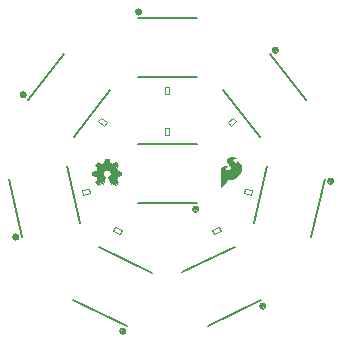
<source format=gbr>
G04 #@! TF.GenerationSoftware,KiCad,Pcbnew,no-vcs-found-5013ea2~58~ubuntu16.04.1*
G04 #@! TF.CreationDate,2017-05-17T13:22:10-06:00*
G04 #@! TF.ProjectId,HiBeam_8-pack_v02,48694265616D5F382D7061636B5F7630,rev?*
G04 #@! TF.FileFunction,Legend,Top*
G04 #@! TF.FilePolarity,Positive*
%FSLAX46Y46*%
G04 Gerber Fmt 4.6, Leading zero omitted, Abs format (unit mm)*
G04 Created by KiCad (PCBNEW no-vcs-found-5013ea2~58~ubuntu16.04.1) date Wed May 17 13:22:10 2017*
%MOMM*%
%LPD*%
G01*
G04 APERTURE LIST*
%ADD10C,0.100000*%
%ADD11C,0.203200*%
%ADD12C,0.150000*%
%ADD13C,0.066040*%
%ADD14C,0.010000*%
G04 APERTURE END LIST*
D10*
D11*
X140919055Y-104028960D02*
X145424440Y-106197255D01*
X138750760Y-108534345D02*
X143256145Y-110702640D01*
D12*
X143169059Y-111158702D02*
G75*
G03X143169059Y-111158702I-228953J0D01*
G01*
X143029909Y-111158702D02*
G75*
G03X143029909Y-111158702I-89803J0D01*
G01*
D11*
X147945560Y-106171855D02*
X152450945Y-104003560D01*
X150113855Y-110677240D02*
X154619240Y-108508945D01*
D12*
X155007445Y-109040463D02*
G75*
G03X155007445Y-109040463I-228953J0D01*
G01*
X154868294Y-109040463D02*
G75*
G03X154868294Y-109040463I-89802J0D01*
G01*
D11*
X154031055Y-102036202D02*
X155138798Y-97160455D01*
X158906802Y-103143945D02*
X160014545Y-98268198D01*
D12*
X160758604Y-98474444D02*
G75*
G03X160758604Y-98474444I-228952J0D01*
G01*
X160619454Y-98474444D02*
G75*
G03X160619454Y-98474444I-89802J0D01*
G01*
D11*
X154565166Y-94673407D02*
X151452593Y-90760366D01*
X158478207Y-91560834D02*
X155365634Y-87647793D01*
D12*
X156077614Y-87374742D02*
G75*
G03X156077614Y-87374742I-228952J0D01*
G01*
X155938464Y-87374742D02*
G75*
G03X155938464Y-87374742I-89802J0D01*
G01*
D11*
X149185000Y-89672800D02*
X144185000Y-89672800D01*
X149185000Y-84672800D02*
X144185000Y-84672800D01*
D12*
X144500953Y-84124800D02*
G75*
G03X144500953Y-84124800I-228953J0D01*
G01*
X144361803Y-84124800D02*
G75*
G03X144361803Y-84124800I-89803J0D01*
G01*
D11*
X141892007Y-90760366D02*
X138779434Y-94673407D01*
X137978966Y-87647793D02*
X134866393Y-91560834D01*
D12*
X134720636Y-91151609D02*
G75*
G03X134720636Y-91151609I-228953J0D01*
G01*
X134581486Y-91151609D02*
G75*
G03X134581486Y-91151609I-89803J0D01*
G01*
D11*
X138205802Y-97160455D02*
X139313545Y-102036202D01*
X133330055Y-98268198D02*
X134437798Y-103143945D01*
D12*
X134113093Y-103180515D02*
G75*
G03X134113093Y-103180515I-228952J0D01*
G01*
X133973944Y-103180515D02*
G75*
G03X133973944Y-103180515I-89803J0D01*
G01*
D11*
X144185000Y-95290000D02*
X149185000Y-95290000D01*
X144185000Y-100290000D02*
X149185000Y-100290000D01*
D12*
X149326953Y-100838000D02*
G75*
G03X149326953Y-100838000I-228953J0D01*
G01*
X149187803Y-100838000D02*
G75*
G03X149187803Y-100838000I-89803J0D01*
G01*
D13*
X146486880Y-94533720D02*
X146486880Y-93934280D01*
X146486880Y-93934280D02*
X146883120Y-93934280D01*
X146883120Y-94533720D02*
X146883120Y-93934280D01*
X146486880Y-94533720D02*
X146883120Y-94533720D01*
X139490835Y-99212606D02*
X140075379Y-99079801D01*
X140075379Y-99079801D02*
X140163165Y-99466194D01*
X139578621Y-99598999D02*
X140163165Y-99466194D01*
X139490835Y-99212606D02*
X139578621Y-99598999D01*
X141087369Y-93079570D02*
X141556496Y-93452730D01*
X141556496Y-93452730D02*
X141309831Y-93762830D01*
X140840704Y-93389670D02*
X141309831Y-93762830D01*
X141087369Y-93079570D02*
X140840704Y-93389670D01*
X146883120Y-90479880D02*
X146883120Y-91079320D01*
X146883120Y-91079320D02*
X146486880Y-91079320D01*
X146486880Y-90479880D02*
X146486880Y-91079320D01*
X146883120Y-90479880D02*
X146486880Y-90479880D01*
X152529296Y-93389670D02*
X152060169Y-93762830D01*
X152060169Y-93762830D02*
X151813504Y-93452730D01*
X152282631Y-93079570D02*
X151813504Y-93452730D01*
X152529296Y-93389670D02*
X152282631Y-93079570D01*
X153765979Y-99598999D02*
X153181435Y-99466194D01*
X153181435Y-99466194D02*
X153269221Y-99079801D01*
X153853765Y-99212606D02*
X153269221Y-99079801D01*
X153765979Y-99598999D02*
X153853765Y-99212606D01*
X150520013Y-102567455D02*
X151060154Y-102307502D01*
X151060154Y-102307502D02*
X151231987Y-102664545D01*
X150691846Y-102924498D02*
X151231987Y-102664545D01*
X150520013Y-102567455D02*
X150691846Y-102924498D01*
X142678154Y-102924498D02*
X142138013Y-102664545D01*
X142138013Y-102664545D02*
X142309846Y-102307502D01*
X142849987Y-102567455D02*
X142309846Y-102307502D01*
X142678154Y-102924498D02*
X142849987Y-102567455D01*
D14*
G36*
X152626060Y-96774000D02*
X152626060Y-96865440D01*
X152615900Y-96893380D01*
X152605740Y-96913700D01*
X152575260Y-96944180D01*
X152544780Y-96954340D01*
X152514300Y-96954340D01*
X152435560Y-96934020D01*
X152394920Y-96913700D01*
X152364440Y-96893380D01*
X152326340Y-96865440D01*
X152265380Y-96804480D01*
X152224740Y-96743520D01*
X152214580Y-96705420D01*
X152214580Y-96644460D01*
X152224740Y-96613980D01*
X152234900Y-96593660D01*
X152255220Y-96565720D01*
X152295860Y-96535240D01*
X152336500Y-96514920D01*
X152384760Y-96504760D01*
X152425400Y-96494600D01*
X152486360Y-96494600D01*
X152506680Y-96504760D01*
X152514300Y-96504760D01*
X152506680Y-96494600D01*
X152466040Y-96464120D01*
X152326340Y-96395540D01*
X152234900Y-96375220D01*
X152135840Y-96375220D01*
X152026620Y-96395540D01*
X151914860Y-96453960D01*
X151825960Y-96525080D01*
X151775160Y-96603820D01*
X151744680Y-96695260D01*
X151744680Y-96774000D01*
X151765000Y-96865440D01*
X151815800Y-96954340D01*
X151884380Y-97035620D01*
X151965660Y-97124520D01*
X152036780Y-97195640D01*
X152064720Y-97274380D01*
X152064720Y-97345500D01*
X152044400Y-97403920D01*
X152006300Y-97454720D01*
X151945340Y-97495360D01*
X151866600Y-97515680D01*
X151785320Y-97515680D01*
X151734520Y-97505520D01*
X151686260Y-97485200D01*
X151625300Y-97424240D01*
X151604980Y-97393760D01*
X151594820Y-97363280D01*
X151594820Y-97325180D01*
X151604980Y-97294700D01*
X151665940Y-97233740D01*
X151696420Y-97223580D01*
X151734520Y-97203260D01*
X151744680Y-97195640D01*
X151706580Y-97175320D01*
X151584660Y-97175320D01*
X151526240Y-97185480D01*
X151475440Y-97195640D01*
X151424640Y-97213420D01*
X151386540Y-97243900D01*
X151335740Y-97284540D01*
X151274780Y-97383600D01*
X151254460Y-97454720D01*
X151244300Y-97533460D01*
X151244300Y-98905060D01*
X151295100Y-98854260D01*
X151325580Y-98803460D01*
X151376380Y-98755200D01*
X151424640Y-98694240D01*
X151546560Y-98574860D01*
X151665940Y-98435160D01*
X151765000Y-98333560D01*
X151866600Y-98275140D01*
X151925020Y-98264980D01*
X152115520Y-98264980D01*
X152234900Y-98244660D01*
X152346660Y-98214180D01*
X152445720Y-98173540D01*
X152544780Y-98115120D01*
X152626060Y-98044000D01*
X152704800Y-97965260D01*
X152775920Y-97873820D01*
X152874980Y-97693480D01*
X152925780Y-97505520D01*
X152935940Y-97335340D01*
X152905460Y-97175320D01*
X152854660Y-97025460D01*
X152786080Y-96913700D01*
X152704800Y-96824800D01*
X152626060Y-96774000D01*
G37*
X152626060Y-96774000D02*
X152626060Y-96865440D01*
X152615900Y-96893380D01*
X152605740Y-96913700D01*
X152575260Y-96944180D01*
X152544780Y-96954340D01*
X152514300Y-96954340D01*
X152435560Y-96934020D01*
X152394920Y-96913700D01*
X152364440Y-96893380D01*
X152326340Y-96865440D01*
X152265380Y-96804480D01*
X152224740Y-96743520D01*
X152214580Y-96705420D01*
X152214580Y-96644460D01*
X152224740Y-96613980D01*
X152234900Y-96593660D01*
X152255220Y-96565720D01*
X152295860Y-96535240D01*
X152336500Y-96514920D01*
X152384760Y-96504760D01*
X152425400Y-96494600D01*
X152486360Y-96494600D01*
X152506680Y-96504760D01*
X152514300Y-96504760D01*
X152506680Y-96494600D01*
X152466040Y-96464120D01*
X152326340Y-96395540D01*
X152234900Y-96375220D01*
X152135840Y-96375220D01*
X152026620Y-96395540D01*
X151914860Y-96453960D01*
X151825960Y-96525080D01*
X151775160Y-96603820D01*
X151744680Y-96695260D01*
X151744680Y-96774000D01*
X151765000Y-96865440D01*
X151815800Y-96954340D01*
X151884380Y-97035620D01*
X151965660Y-97124520D01*
X152036780Y-97195640D01*
X152064720Y-97274380D01*
X152064720Y-97345500D01*
X152044400Y-97403920D01*
X152006300Y-97454720D01*
X151945340Y-97495360D01*
X151866600Y-97515680D01*
X151785320Y-97515680D01*
X151734520Y-97505520D01*
X151686260Y-97485200D01*
X151625300Y-97424240D01*
X151604980Y-97393760D01*
X151594820Y-97363280D01*
X151594820Y-97325180D01*
X151604980Y-97294700D01*
X151665940Y-97233740D01*
X151696420Y-97223580D01*
X151734520Y-97203260D01*
X151744680Y-97195640D01*
X151706580Y-97175320D01*
X151584660Y-97175320D01*
X151526240Y-97185480D01*
X151475440Y-97195640D01*
X151424640Y-97213420D01*
X151386540Y-97243900D01*
X151335740Y-97284540D01*
X151274780Y-97383600D01*
X151254460Y-97454720D01*
X151244300Y-97533460D01*
X151244300Y-98905060D01*
X151295100Y-98854260D01*
X151325580Y-98803460D01*
X151376380Y-98755200D01*
X151424640Y-98694240D01*
X151546560Y-98574860D01*
X151665940Y-98435160D01*
X151765000Y-98333560D01*
X151866600Y-98275140D01*
X151925020Y-98264980D01*
X152115520Y-98264980D01*
X152234900Y-98244660D01*
X152346660Y-98214180D01*
X152445720Y-98173540D01*
X152544780Y-98115120D01*
X152626060Y-98044000D01*
X152704800Y-97965260D01*
X152775920Y-97873820D01*
X152874980Y-97693480D01*
X152925780Y-97505520D01*
X152935940Y-97335340D01*
X152905460Y-97175320D01*
X152854660Y-97025460D01*
X152786080Y-96913700D01*
X152704800Y-96824800D01*
X152626060Y-96774000D01*
G36*
X142814040Y-97960180D02*
X142814040Y-97642680D01*
X142455900Y-97584260D01*
X142455900Y-97543620D01*
X142445740Y-97533460D01*
X142445740Y-97513140D01*
X142435580Y-97502980D01*
X142425420Y-97482660D01*
X142425420Y-97464880D01*
X142415260Y-97454720D01*
X142415260Y-97434400D01*
X142405100Y-97424240D01*
X142394940Y-97403920D01*
X142384780Y-97393760D01*
X142384780Y-97373440D01*
X142374620Y-97363280D01*
X142364460Y-97342960D01*
X142354300Y-97332800D01*
X142565120Y-97043240D01*
X142333980Y-96824800D01*
X142044420Y-97022920D01*
X142034260Y-97012760D01*
X142013940Y-97005140D01*
X142003780Y-97005140D01*
X141986000Y-96994980D01*
X141975840Y-96984820D01*
X141955520Y-96974660D01*
X141945360Y-96974660D01*
X141925040Y-96964500D01*
X141914880Y-96954340D01*
X141894560Y-96954340D01*
X141874240Y-96944180D01*
X141864080Y-96944180D01*
X141843760Y-96934020D01*
X141836140Y-96934020D01*
X141815820Y-96923860D01*
X141795500Y-96923860D01*
X141734540Y-96573340D01*
X141417040Y-96573340D01*
X141358620Y-96923860D01*
X141348460Y-96923860D01*
X141328140Y-96934020D01*
X141307820Y-96934020D01*
X141297660Y-96944180D01*
X141277340Y-96944180D01*
X141257020Y-96954340D01*
X141246860Y-96954340D01*
X141226540Y-96964500D01*
X141216380Y-96974660D01*
X141198600Y-96974660D01*
X141188440Y-96984820D01*
X141168120Y-96994980D01*
X141157960Y-97005140D01*
X141137640Y-97005140D01*
X141127480Y-97012760D01*
X141107160Y-97022920D01*
X140817600Y-96824800D01*
X140596620Y-97043240D01*
X140797280Y-97332800D01*
X140787120Y-97342960D01*
X140787120Y-97363280D01*
X140776960Y-97373440D01*
X140766800Y-97393760D01*
X140756640Y-97403920D01*
X140756640Y-97424240D01*
X140746480Y-97434400D01*
X140736320Y-97454720D01*
X140736320Y-97464880D01*
X140718540Y-97502980D01*
X140718540Y-97513140D01*
X140708380Y-97533460D01*
X140708380Y-97543620D01*
X140698220Y-97563940D01*
X140698220Y-97584260D01*
X140347700Y-97642680D01*
X140347700Y-97960180D01*
X140698220Y-98021140D01*
X140698220Y-98031300D01*
X140708380Y-98051620D01*
X140708380Y-98071940D01*
X140718540Y-98082100D01*
X140718540Y-98102420D01*
X140728700Y-98112580D01*
X140736320Y-98130360D01*
X140736320Y-98150680D01*
X140746480Y-98160840D01*
X140746480Y-98181160D01*
X140756640Y-98191320D01*
X140766800Y-98211640D01*
X140776960Y-98221800D01*
X140787120Y-98242120D01*
X140787120Y-98252280D01*
X140797280Y-98272600D01*
X140596620Y-98552000D01*
X140817600Y-98780600D01*
X141107160Y-98582480D01*
X141117320Y-98582480D01*
X141127480Y-98590100D01*
X141137640Y-98590100D01*
X141147800Y-98600260D01*
X141157960Y-98600260D01*
X141168120Y-98610420D01*
X141178280Y-98610420D01*
X141188440Y-98620580D01*
X141198600Y-98620580D01*
X141206220Y-98630740D01*
X141216380Y-98630740D01*
X141226540Y-98640900D01*
X141246860Y-98640900D01*
X141257020Y-98651060D01*
X141457680Y-98112580D01*
X141427200Y-98102420D01*
X141386560Y-98082100D01*
X141366240Y-98061780D01*
X141348460Y-98051620D01*
X141328140Y-98031300D01*
X141317980Y-98010980D01*
X141297660Y-97990660D01*
X141277340Y-97952560D01*
X141267180Y-97922080D01*
X141246860Y-97881440D01*
X141246860Y-97850960D01*
X141236700Y-97820480D01*
X141236700Y-97764600D01*
X141277340Y-97642680D01*
X141317980Y-97584260D01*
X141338300Y-97563940D01*
X141366240Y-97543620D01*
X141386560Y-97523300D01*
X141417040Y-97502980D01*
X141447520Y-97492820D01*
X141478000Y-97475040D01*
X141508480Y-97475040D01*
X141546580Y-97464880D01*
X141615160Y-97464880D01*
X141645640Y-97475040D01*
X141676120Y-97475040D01*
X141704060Y-97492820D01*
X141734540Y-97502980D01*
X141795500Y-97543620D01*
X141836140Y-97584260D01*
X141874240Y-97642680D01*
X141884400Y-97673160D01*
X141904720Y-97703640D01*
X141904720Y-97734120D01*
X141914880Y-97764600D01*
X141914880Y-97850960D01*
X141904720Y-97881440D01*
X141904720Y-97901760D01*
X141894560Y-97922080D01*
X141884400Y-97952560D01*
X141874240Y-97970340D01*
X141853920Y-97990660D01*
X141843760Y-98010980D01*
X141805660Y-98051620D01*
X141785340Y-98061780D01*
X141765020Y-98082100D01*
X141704060Y-98112580D01*
X141904720Y-98651060D01*
X141904720Y-98640900D01*
X141925040Y-98640900D01*
X141935200Y-98630740D01*
X141945360Y-98630740D01*
X141955520Y-98620580D01*
X141965680Y-98620580D01*
X141975840Y-98610420D01*
X141996160Y-98610420D01*
X142003780Y-98600260D01*
X142013940Y-98600260D01*
X142034260Y-98582480D01*
X142044420Y-98582480D01*
X142333980Y-98780600D01*
X142565120Y-98552000D01*
X142354300Y-98272600D01*
X142364460Y-98252280D01*
X142374620Y-98242120D01*
X142384780Y-98221800D01*
X142384780Y-98211640D01*
X142394940Y-98191320D01*
X142405100Y-98181160D01*
X142415260Y-98160840D01*
X142415260Y-98150680D01*
X142435580Y-98112580D01*
X142435580Y-98102420D01*
X142445740Y-98082100D01*
X142445740Y-98071940D01*
X142455900Y-98051620D01*
X142455900Y-98031300D01*
X142466060Y-98021140D01*
X142814040Y-97960180D01*
G37*
X142814040Y-97960180D02*
X142814040Y-97642680D01*
X142455900Y-97584260D01*
X142455900Y-97543620D01*
X142445740Y-97533460D01*
X142445740Y-97513140D01*
X142435580Y-97502980D01*
X142425420Y-97482660D01*
X142425420Y-97464880D01*
X142415260Y-97454720D01*
X142415260Y-97434400D01*
X142405100Y-97424240D01*
X142394940Y-97403920D01*
X142384780Y-97393760D01*
X142384780Y-97373440D01*
X142374620Y-97363280D01*
X142364460Y-97342960D01*
X142354300Y-97332800D01*
X142565120Y-97043240D01*
X142333980Y-96824800D01*
X142044420Y-97022920D01*
X142034260Y-97012760D01*
X142013940Y-97005140D01*
X142003780Y-97005140D01*
X141986000Y-96994980D01*
X141975840Y-96984820D01*
X141955520Y-96974660D01*
X141945360Y-96974660D01*
X141925040Y-96964500D01*
X141914880Y-96954340D01*
X141894560Y-96954340D01*
X141874240Y-96944180D01*
X141864080Y-96944180D01*
X141843760Y-96934020D01*
X141836140Y-96934020D01*
X141815820Y-96923860D01*
X141795500Y-96923860D01*
X141734540Y-96573340D01*
X141417040Y-96573340D01*
X141358620Y-96923860D01*
X141348460Y-96923860D01*
X141328140Y-96934020D01*
X141307820Y-96934020D01*
X141297660Y-96944180D01*
X141277340Y-96944180D01*
X141257020Y-96954340D01*
X141246860Y-96954340D01*
X141226540Y-96964500D01*
X141216380Y-96974660D01*
X141198600Y-96974660D01*
X141188440Y-96984820D01*
X141168120Y-96994980D01*
X141157960Y-97005140D01*
X141137640Y-97005140D01*
X141127480Y-97012760D01*
X141107160Y-97022920D01*
X140817600Y-96824800D01*
X140596620Y-97043240D01*
X140797280Y-97332800D01*
X140787120Y-97342960D01*
X140787120Y-97363280D01*
X140776960Y-97373440D01*
X140766800Y-97393760D01*
X140756640Y-97403920D01*
X140756640Y-97424240D01*
X140746480Y-97434400D01*
X140736320Y-97454720D01*
X140736320Y-97464880D01*
X140718540Y-97502980D01*
X140718540Y-97513140D01*
X140708380Y-97533460D01*
X140708380Y-97543620D01*
X140698220Y-97563940D01*
X140698220Y-97584260D01*
X140347700Y-97642680D01*
X140347700Y-97960180D01*
X140698220Y-98021140D01*
X140698220Y-98031300D01*
X140708380Y-98051620D01*
X140708380Y-98071940D01*
X140718540Y-98082100D01*
X140718540Y-98102420D01*
X140728700Y-98112580D01*
X140736320Y-98130360D01*
X140736320Y-98150680D01*
X140746480Y-98160840D01*
X140746480Y-98181160D01*
X140756640Y-98191320D01*
X140766800Y-98211640D01*
X140776960Y-98221800D01*
X140787120Y-98242120D01*
X140787120Y-98252280D01*
X140797280Y-98272600D01*
X140596620Y-98552000D01*
X140817600Y-98780600D01*
X141107160Y-98582480D01*
X141117320Y-98582480D01*
X141127480Y-98590100D01*
X141137640Y-98590100D01*
X141147800Y-98600260D01*
X141157960Y-98600260D01*
X141168120Y-98610420D01*
X141178280Y-98610420D01*
X141188440Y-98620580D01*
X141198600Y-98620580D01*
X141206220Y-98630740D01*
X141216380Y-98630740D01*
X141226540Y-98640900D01*
X141246860Y-98640900D01*
X141257020Y-98651060D01*
X141457680Y-98112580D01*
X141427200Y-98102420D01*
X141386560Y-98082100D01*
X141366240Y-98061780D01*
X141348460Y-98051620D01*
X141328140Y-98031300D01*
X141317980Y-98010980D01*
X141297660Y-97990660D01*
X141277340Y-97952560D01*
X141267180Y-97922080D01*
X141246860Y-97881440D01*
X141246860Y-97850960D01*
X141236700Y-97820480D01*
X141236700Y-97764600D01*
X141277340Y-97642680D01*
X141317980Y-97584260D01*
X141338300Y-97563940D01*
X141366240Y-97543620D01*
X141386560Y-97523300D01*
X141417040Y-97502980D01*
X141447520Y-97492820D01*
X141478000Y-97475040D01*
X141508480Y-97475040D01*
X141546580Y-97464880D01*
X141615160Y-97464880D01*
X141645640Y-97475040D01*
X141676120Y-97475040D01*
X141704060Y-97492820D01*
X141734540Y-97502980D01*
X141795500Y-97543620D01*
X141836140Y-97584260D01*
X141874240Y-97642680D01*
X141884400Y-97673160D01*
X141904720Y-97703640D01*
X141904720Y-97734120D01*
X141914880Y-97764600D01*
X141914880Y-97850960D01*
X141904720Y-97881440D01*
X141904720Y-97901760D01*
X141894560Y-97922080D01*
X141884400Y-97952560D01*
X141874240Y-97970340D01*
X141853920Y-97990660D01*
X141843760Y-98010980D01*
X141805660Y-98051620D01*
X141785340Y-98061780D01*
X141765020Y-98082100D01*
X141704060Y-98112580D01*
X141904720Y-98651060D01*
X141904720Y-98640900D01*
X141925040Y-98640900D01*
X141935200Y-98630740D01*
X141945360Y-98630740D01*
X141955520Y-98620580D01*
X141965680Y-98620580D01*
X141975840Y-98610420D01*
X141996160Y-98610420D01*
X142003780Y-98600260D01*
X142013940Y-98600260D01*
X142034260Y-98582480D01*
X142044420Y-98582480D01*
X142333980Y-98780600D01*
X142565120Y-98552000D01*
X142354300Y-98272600D01*
X142364460Y-98252280D01*
X142374620Y-98242120D01*
X142384780Y-98221800D01*
X142384780Y-98211640D01*
X142394940Y-98191320D01*
X142405100Y-98181160D01*
X142415260Y-98160840D01*
X142415260Y-98150680D01*
X142435580Y-98112580D01*
X142435580Y-98102420D01*
X142445740Y-98082100D01*
X142445740Y-98071940D01*
X142455900Y-98051620D01*
X142455900Y-98031300D01*
X142466060Y-98021140D01*
X142814040Y-97960180D01*
M02*

</source>
